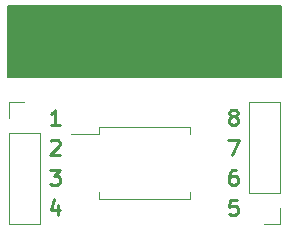
<source format=gbr>
%TF.GenerationSoftware,KiCad,Pcbnew,5.1.7-a382d34a8~87~ubuntu20.04.1*%
%TF.CreationDate,2020-11-06T18:29:47+02:00*%
%TF.ProjectId,BRK-SOIC-8-7.5x5.85-P1.27,42524b2d-534f-4494-932d-382d372e3578,v1.0*%
%TF.SameCoordinates,Original*%
%TF.FileFunction,Legend,Top*%
%TF.FilePolarity,Positive*%
%FSLAX46Y46*%
G04 Gerber Fmt 4.6, Leading zero omitted, Abs format (unit mm)*
G04 Created by KiCad (PCBNEW 5.1.7-a382d34a8~87~ubuntu20.04.1) date 2020-11-06 18:29:47*
%MOMM*%
%LPD*%
G01*
G04 APERTURE LIST*
%ADD10C,0.250000*%
%ADD11C,0.150000*%
%ADD12C,0.120000*%
G04 APERTURE END LIST*
D10*
X107424642Y-96035238D02*
X107300833Y-95973333D01*
X107238928Y-95911428D01*
X107177023Y-95787619D01*
X107177023Y-95725714D01*
X107238928Y-95601904D01*
X107300833Y-95540000D01*
X107424642Y-95478095D01*
X107672261Y-95478095D01*
X107796071Y-95540000D01*
X107857976Y-95601904D01*
X107919880Y-95725714D01*
X107919880Y-95787619D01*
X107857976Y-95911428D01*
X107796071Y-95973333D01*
X107672261Y-96035238D01*
X107424642Y-96035238D01*
X107300833Y-96097142D01*
X107238928Y-96159047D01*
X107177023Y-96282857D01*
X107177023Y-96530476D01*
X107238928Y-96654285D01*
X107300833Y-96716190D01*
X107424642Y-96778095D01*
X107672261Y-96778095D01*
X107796071Y-96716190D01*
X107857976Y-96654285D01*
X107919880Y-96530476D01*
X107919880Y-96282857D01*
X107857976Y-96159047D01*
X107796071Y-96097142D01*
X107672261Y-96035238D01*
X107115119Y-98018095D02*
X107981785Y-98018095D01*
X107424642Y-99318095D01*
X107796071Y-100558095D02*
X107548452Y-100558095D01*
X107424642Y-100620000D01*
X107362738Y-100681904D01*
X107238928Y-100867619D01*
X107177023Y-101115238D01*
X107177023Y-101610476D01*
X107238928Y-101734285D01*
X107300833Y-101796190D01*
X107424642Y-101858095D01*
X107672261Y-101858095D01*
X107796071Y-101796190D01*
X107857976Y-101734285D01*
X107919880Y-101610476D01*
X107919880Y-101300952D01*
X107857976Y-101177142D01*
X107796071Y-101115238D01*
X107672261Y-101053333D01*
X107424642Y-101053333D01*
X107300833Y-101115238D01*
X107238928Y-101177142D01*
X107177023Y-101300952D01*
X107857976Y-103098095D02*
X107238928Y-103098095D01*
X107177023Y-103717142D01*
X107238928Y-103655238D01*
X107362738Y-103593333D01*
X107672261Y-103593333D01*
X107796071Y-103655238D01*
X107857976Y-103717142D01*
X107919880Y-103840952D01*
X107919880Y-104150476D01*
X107857976Y-104274285D01*
X107796071Y-104336190D01*
X107672261Y-104398095D01*
X107362738Y-104398095D01*
X107238928Y-104336190D01*
X107177023Y-104274285D01*
X92699166Y-103531428D02*
X92699166Y-104398095D01*
X92389642Y-103036190D02*
X92080119Y-103964761D01*
X92884880Y-103964761D01*
X92018214Y-100558095D02*
X92822976Y-100558095D01*
X92389642Y-101053333D01*
X92575357Y-101053333D01*
X92699166Y-101115238D01*
X92761071Y-101177142D01*
X92822976Y-101300952D01*
X92822976Y-101610476D01*
X92761071Y-101734285D01*
X92699166Y-101796190D01*
X92575357Y-101858095D01*
X92203928Y-101858095D01*
X92080119Y-101796190D01*
X92018214Y-101734285D01*
X92080119Y-98141904D02*
X92142023Y-98080000D01*
X92265833Y-98018095D01*
X92575357Y-98018095D01*
X92699166Y-98080000D01*
X92761071Y-98141904D01*
X92822976Y-98265714D01*
X92822976Y-98389523D01*
X92761071Y-98575238D01*
X92018214Y-99318095D01*
X92822976Y-99318095D01*
X92822976Y-96778095D02*
X92080119Y-96778095D01*
X92451547Y-96778095D02*
X92451547Y-95478095D01*
X92327738Y-95663809D01*
X92203928Y-95787619D01*
X92080119Y-95849523D01*
D11*
G36*
X111560000Y-92700000D02*
G01*
X88440000Y-92700000D01*
X88440000Y-86700000D01*
X111560000Y-86700000D01*
X111560000Y-92700000D01*
G37*
X111560000Y-92700000D02*
X88440000Y-92700000D01*
X88440000Y-86700000D01*
X111560000Y-86700000D01*
X111560000Y-92700000D01*
D12*
%TO.C,J2*%
X111490000Y-94860000D02*
X108830000Y-94860000D01*
X111490000Y-102540000D02*
X111490000Y-94860000D01*
X108830000Y-102540000D02*
X108830000Y-94860000D01*
X111490000Y-102540000D02*
X108830000Y-102540000D01*
X111490000Y-103810000D02*
X111490000Y-105140000D01*
X111490000Y-105140000D02*
X110160000Y-105140000D01*
%TO.C,J1*%
X88510000Y-105140000D02*
X91170000Y-105140000D01*
X88510000Y-97460000D02*
X88510000Y-105140000D01*
X91170000Y-97460000D02*
X91170000Y-105140000D01*
X88510000Y-97460000D02*
X91170000Y-97460000D01*
X88510000Y-96190000D02*
X88510000Y-94860000D01*
X88510000Y-94860000D02*
X89840000Y-94860000D01*
%TO.C,U1*%
X100000000Y-103035000D02*
X103860000Y-103035000D01*
X103860000Y-103035000D02*
X103860000Y-102465000D01*
X100000000Y-103035000D02*
X96140000Y-103035000D01*
X96140000Y-103035000D02*
X96140000Y-102465000D01*
X100000000Y-96965000D02*
X103860000Y-96965000D01*
X103860000Y-96965000D02*
X103860000Y-97535000D01*
X100000000Y-96965000D02*
X96140000Y-96965000D01*
X96140000Y-96965000D02*
X96140000Y-97535000D01*
X96140000Y-97535000D02*
X93775000Y-97535000D01*
%TD*%
M02*

</source>
